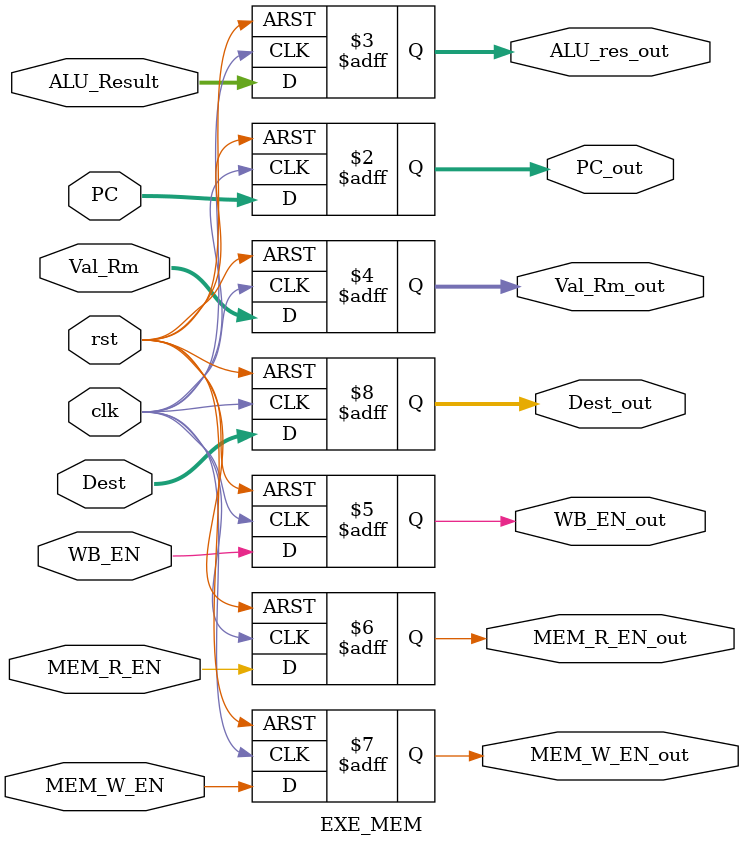
<source format=sv>
`timescale 1ns/1ns
module EXE_MEM(
    input clk, 
    input rst,
    input [31:0] PC, ALU_Result, Val_Rm ,
    input WB_EN, MEM_R_EN, MEM_W_EN,
    input [3:0] Dest,
    
    output reg [31:0] PC_out, ALU_res_out, Val_Rm_out,
    output reg WB_EN_out, MEM_R_EN_out, MEM_W_EN_out, 
    output reg [3:0]Dest_out
);

always@(posedge clk, posedge rst)
  if (rst) begin
    {PC_out, ALU_res_out, Val_Rm_out, WB_EN_out, MEM_R_EN_out, MEM_W_EN_out, Dest_out} <= 0;
  end
  else begin
    PC_out <= PC;
    ALU_res_out <= ALU_Result;
    Val_Rm_out <= Val_Rm;
    WB_EN_out <= WB_EN;
    MEM_R_EN_out <= MEM_R_EN;
    MEM_W_EN_out <= MEM_W_EN;
    Dest_out <= Dest;
  end

endmodule





</source>
